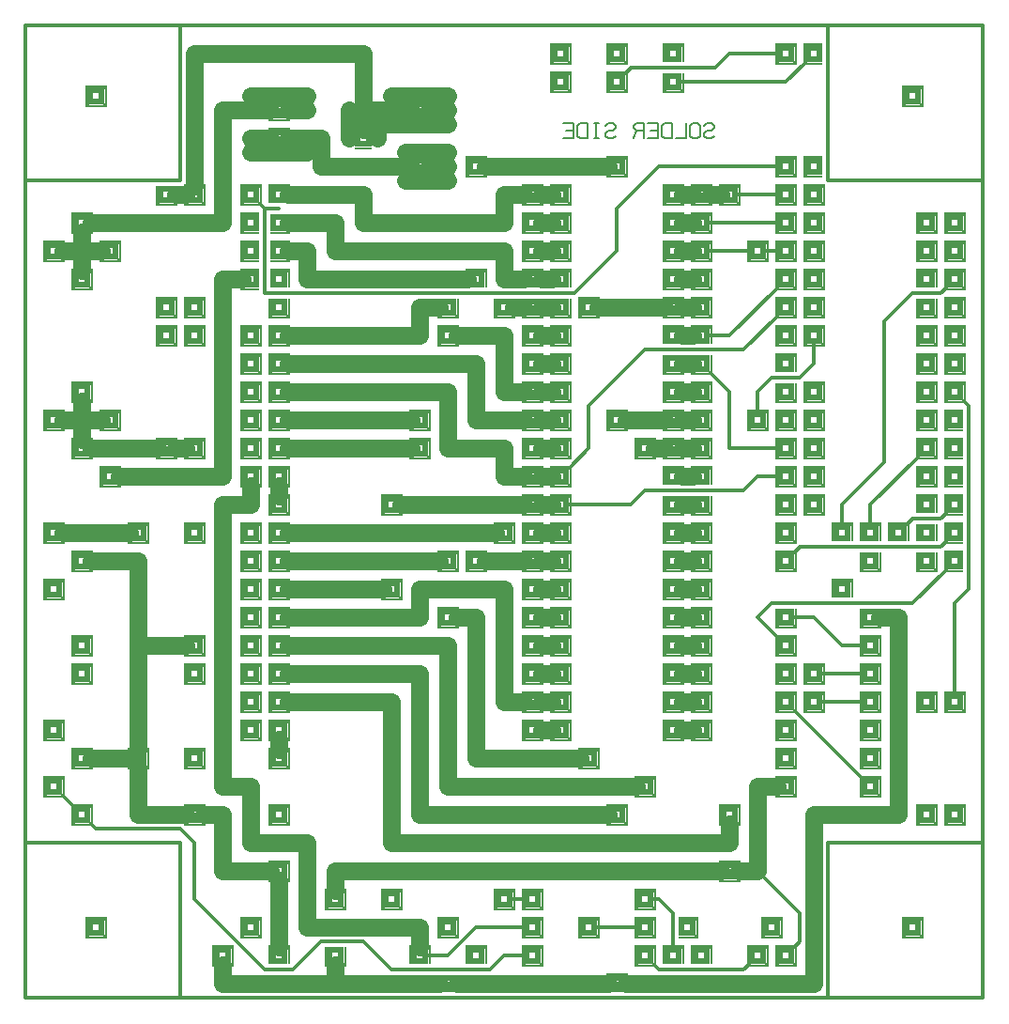
<source format=gbl>
%MOIN*%
%FSLAX23Y23*%
%ADD10C,.012*%
%ADD11C,.062*%
%ADD12C,.050X.024*%
%ADD13R,.062X.062X.024*%
%ADD14C,.016*%
%ADD15R,.008X.062*%
%ADD16R,.062X.008*%
%ADD17C,.008*%
%LPD*%
G90*X0Y0D02*D13*X250Y250D03*D14*X281Y281D03*      
Y219D03*X219Y281D03*Y219D03*D15*X285Y250D03*      
X215D03*D16*X250Y285D03*Y215D03*X550Y550D02*D10*  
Y0D01*X0D01*Y550D01*X550D01*X600D02*Y350D01*      
X850Y100D01*X950D01*X1050Y200D01*X1200D01*        
X1300Y100D01*X1650D01*X1700Y150D01*X1769D01*D13*  
X1800D03*D14*X1831Y181D03*Y119D03*X1769Y181D03*   
Y119D03*D15*X1835Y150D03*X1765D03*D16*            
X1800Y185D03*Y115D03*D13*Y250D03*D14*X1831Y281D03*
Y219D03*X1769Y281D03*Y219D03*D15*X1835Y250D03*    
X1765D03*D16*X1800Y285D03*Y215D03*X1769Y250D02*   
D10*X1600D01*X1500Y150D01*X1431D01*D13*X1400D03*  
D14*X1431Y181D03*X1369D03*D15*X1435Y150D03*       
X1365D03*D16*X1400Y185D03*Y181D02*D11*Y250D01*    
X1000D01*Y550D01*X800D01*Y750D01*X700D01*Y1750D01*
X800D01*Y1819D01*D13*Y1850D03*D14*X831Y1881D03*   
Y1819D03*X769Y1881D03*Y1819D03*D15*X835Y1850D03*  
X765D03*D16*X800Y1885D03*Y1815D03*D13*            
X900Y1750D03*D14*X931Y1781D03*Y1719D03*           
X869Y1781D03*Y1719D03*D15*X935Y1750D03*X865D03*   
D16*X900Y1785D03*Y1715D03*Y1781D02*D11*Y1819D01*  
D13*Y1850D03*D14*X931Y1881D03*Y1819D03*           
X869Y1881D03*Y1819D03*D15*X935Y1850D03*X865D03*   
D16*X900Y1885D03*Y1815D03*D13*X800Y1950D03*D14*   
X831Y1981D03*Y1919D03*X769Y1981D03*Y1919D03*D15*  
X835Y1950D03*X765D03*D16*X800Y1985D03*Y1915D03*   
D13*X900Y1950D03*D14*X931Y1981D03*Y1919D03*       
X869Y1981D03*Y1919D03*D15*X935Y1950D03*X865D03*   
D16*X900Y1985D03*Y1915D03*X931Y1950D02*D11*       
X1369D01*D13*X1400D03*D14*X1431Y1981D03*Y1919D03* 
X1369Y1981D03*Y1919D03*D15*X1435Y1950D03*X1365D03*
D16*X1400Y1985D03*Y1915D03*X1500Y1950D02*D11*     
X1700D01*Y1850D01*X1769D01*D13*X1800D03*D14*      
X1831Y1881D03*Y1819D03*X1769Y1881D03*Y1819D03*D15*
X1835Y1850D03*X1765D03*D16*X1800Y1885D03*Y1815D03*
X1831Y1850D02*D11*X1869D01*D13*X1900D03*D14*      
X1931Y1881D03*Y1819D03*X1869Y1881D03*Y1819D03*D15*
X1935Y1850D03*X1865D03*D16*X1900Y1885D03*Y1815D03*
X1931Y1881D02*D10*X2000Y1950D01*Y2100D01*         
X2200Y2300D01*X2550D01*X2669Y2419D01*D13*         
X2700Y2450D03*D14*X2731Y2481D03*Y2419D03*         
X2669Y2481D03*Y2419D03*D15*X2735Y2450D03*X2665D03*
D16*X2700Y2485D03*Y2415D03*D13*X2800Y2350D03*D14* 
X2831Y2381D03*Y2319D03*X2769Y2381D03*Y2319D03*D15*
X2835Y2350D03*X2765D03*D16*X2800Y2385D03*Y2315D03*
Y2319D02*D10*Y2250D01*X2750Y2200D01*X2650D01*     
X2600Y2150D01*Y2081D01*D13*Y2050D03*D14*          
X2631Y2081D03*Y2019D03*X2569Y2081D03*Y2019D03*D15*
X2635Y2050D03*X2565D03*D16*X2600Y2085D03*Y2015D03*
D13*X2700Y1950D03*D14*X2731Y1981D03*Y1919D03*     
X2669Y1981D03*Y1919D03*D15*X2735Y1950D03*X2665D03*
D16*X2700Y1985D03*Y1915D03*X2669Y1950D02*D10*     
X2500D01*Y2150D01*X2431Y2219D01*D13*X2400Y2250D03*
D14*X2431Y2219D03*X2369D03*D15*X2435Y2250D03*     
X2365D03*D16*X2400Y2215D03*X2369Y2250D02*D11*     
X2331D01*D13*X2300D03*D14*X2331Y2219D03*X2269D03* 
D15*X2335Y2250D03*X2265D03*D16*X2300Y2215D03*D13* 
X2400Y2150D03*D14*X2431Y2181D03*Y2119D03*         
X2369Y2181D03*Y2119D03*D15*X2435Y2150D03*X2365D03*
D16*X2400Y2185D03*Y2115D03*X2369Y2150D02*D11*     
X2331D01*D13*X2300D03*D14*X2331Y2181D03*Y2119D03* 
X2269Y2181D03*Y2119D03*D15*X2335Y2150D03*X2265D03*
D16*X2300Y2185D03*Y2115D03*D13*X2400Y2050D03*D14* 
X2431Y2081D03*Y2019D03*X2369Y2081D03*Y2019D03*D15*
X2435Y2050D03*X2365D03*D16*X2400Y2085D03*Y2015D03*
X2369Y2050D02*D11*X2331D01*D13*X2300D03*D14*      
X2331Y2081D03*Y2019D03*X2269Y2081D03*Y2019D03*D15*
X2335Y2050D03*X2265D03*D16*X2300Y2085D03*Y2015D03*
X2269Y2050D02*D11*X2131D01*D13*X2100D03*D14*      
X2131Y2081D03*Y2019D03*X2069Y2081D03*Y2019D03*D15*
X2135Y2050D03*X2065D03*D16*X2100Y2085D03*Y2015D03*
D13*X2200Y1950D03*D14*X2231Y1981D03*Y1919D03*     
X2169Y1981D03*Y1919D03*D15*X2235Y1950D03*X2165D03*
D16*X2200Y1985D03*Y1915D03*X2231Y1950D02*D11*     
X2269D01*D13*X2300D03*D14*X2331Y1981D03*Y1919D03* 
X2269Y1981D03*Y1919D03*D15*X2335Y1950D03*X2265D03*
D16*X2300Y1985D03*Y1915D03*X2331Y1950D02*D11*     
X2369D01*D13*X2400D03*D14*X2431Y1981D03*Y1919D03* 
X2369Y1981D03*Y1919D03*D15*X2435Y1950D03*X2365D03*
D16*X2400Y1985D03*Y1915D03*D13*X2300Y1850D03*D14* 
X2331Y1881D03*X2269D03*D15*X2335Y1850D03*X2265D03*
D16*X2300Y1885D03*X2331Y1850D02*D11*X2369D01*D13* 
X2400D03*D14*X2431Y1881D03*X2369D03*D15*          
X2435Y1850D03*X2365D03*D16*X2400Y1885D03*D13*     
X2300Y1750D03*D14*X2331Y1719D03*X2269D03*D15*     
X2335Y1750D03*X2265D03*D16*X2300Y1715D03*         
X2331Y1750D02*D11*X2369D01*D13*X2400D03*D14*      
X2431Y1719D03*X2369D03*D15*X2435Y1750D03*X2365D03*
D16*X2400Y1715D03*D13*X2300Y1650D03*D14*          
X2331Y1681D03*Y1619D03*X2269Y1681D03*Y1619D03*D15*
X2335Y1650D03*X2265D03*D16*X2300Y1685D03*Y1615D03*
X2331Y1650D02*D11*X2369D01*D13*X2400D03*D14*      
X2431Y1681D03*Y1619D03*X2369Y1681D03*Y1619D03*D15*
X2435Y1650D03*X2365D03*D16*X2400Y1685D03*Y1615D03*
D13*X2300Y1550D03*D14*X2331Y1581D03*Y1519D03*     
X2269Y1581D03*Y1519D03*D15*X2335Y1550D03*X2265D03*
D16*X2300Y1585D03*Y1515D03*X2331Y1550D02*D11*     
X2369D01*D13*X2400D03*D14*X2431Y1581D03*Y1519D03* 
X2369Y1581D03*Y1519D03*D15*X2435Y1550D03*X2365D03*
D16*X2400Y1585D03*Y1515D03*D13*X2300Y1450D03*D14* 
X2331Y1481D03*Y1419D03*X2269Y1481D03*Y1419D03*D15*
X2335Y1450D03*X2265D03*D16*X2300Y1485D03*Y1415D03*
X2331Y1450D02*D11*X2369D01*D13*X2400D03*D14*      
X2431Y1481D03*Y1419D03*X2369Y1481D03*Y1419D03*D15*
X2435Y1450D03*X2365D03*D16*X2400Y1485D03*Y1415D03*
D13*X2300Y1350D03*D14*X2331Y1381D03*Y1319D03*     
X2269Y1381D03*Y1319D03*D15*X2335Y1350D03*X2265D03*
D16*X2300Y1385D03*Y1315D03*X2331Y1350D02*D11*     
X2369D01*D13*X2400D03*D14*X2431Y1381D03*Y1319D03* 
X2369Y1381D03*Y1319D03*D15*X2435Y1350D03*X2365D03*
D16*X2400Y1385D03*Y1315D03*D13*X2300Y1250D03*D14* 
X2331Y1281D03*Y1219D03*X2269Y1281D03*Y1219D03*D15*
X2335Y1250D03*X2265D03*D16*X2300Y1285D03*Y1215D03*
X2331Y1250D02*D11*X2369D01*D13*X2400D03*D14*      
X2431Y1281D03*Y1219D03*X2369Y1281D03*Y1219D03*D15*
X2435Y1250D03*X2365D03*D16*X2400Y1285D03*Y1215D03*
D13*X2300Y1150D03*D14*X2331Y1181D03*Y1119D03*     
X2269Y1181D03*Y1119D03*D15*X2335Y1150D03*X2265D03*
D16*X2300Y1185D03*Y1115D03*X2331Y1150D02*D11*     
X2369D01*D13*X2400D03*D14*X2431Y1181D03*Y1119D03* 
X2369Y1181D03*Y1119D03*D15*X2435Y1150D03*X2365D03*
D16*X2400Y1185D03*Y1115D03*D13*X2300Y1050D03*D14* 
X2331Y1081D03*Y1019D03*X2269Y1081D03*Y1019D03*D15*
X2335Y1050D03*X2265D03*D16*X2300Y1085D03*Y1015D03*
X2331Y1050D02*D11*X2369D01*D13*X2400D03*D14*      
X2431Y1081D03*Y1019D03*X2369Y1081D03*Y1019D03*D15*
X2435Y1050D03*X2365D03*D16*X2400Y1085D03*Y1015D03*
D13*X2300Y950D03*D14*X2331Y981D03*Y919D03*        
X2269Y981D03*Y919D03*D15*X2335Y950D03*X2265D03*   
D16*X2300Y985D03*Y915D03*X2331Y950D02*D11*        
X2369D01*D13*X2400D03*D14*X2431Y981D03*Y919D03*   
X2369Y981D03*Y919D03*D15*X2435Y950D03*X2365D03*   
D16*X2400Y985D03*Y915D03*X2600Y750D02*D11*Y450D01*
D10*X2750Y300D01*Y200D01*X2731Y181D01*D13*        
X2700Y150D03*D14*X2731Y181D03*Y119D03*            
X2669Y181D03*Y119D03*D15*X2735Y150D03*X2665D03*   
D16*X2700Y185D03*Y115D03*X2800Y50D02*D11*X2131D01*
D13*X2100D03*D14*X2131Y81D03*X2069D03*D15*        
X2135Y50D03*X2065D03*D16*X2100Y85D03*X2069Y50D02* 
D11*X1531D01*D13*X1500D03*D15*X1535D03*X1465D03*  
X1469D02*D11*X1100D01*X700D01*Y119D01*D13*Y150D03*
D14*X731Y181D03*Y119D03*X669Y181D03*Y119D03*D15*  
X735Y150D03*X665D03*D16*X700Y185D03*Y115D03*D13*  
X800Y250D03*D14*X831Y281D03*Y219D03*X769Y281D03*  
Y219D03*D15*X835Y250D03*X765D03*D16*X800Y285D03*  
Y215D03*X550Y0D02*D10*X2850D01*X3400D01*Y550D01*  
X2850D01*Y0D01*X2800Y50D02*D11*Y650D01*X3100D01*  
Y1350D01*X3031D01*D13*X3000D03*D14*X3031Y1319D03* 
X2969D03*D15*X3035Y1350D03*X2965D03*D16*          
X3000Y1315D03*D13*X2900Y1450D03*D14*X2931Y1481D03*
X2869D03*D15*X2935Y1450D03*X2865D03*D16*          
X2900Y1485D03*Y1250D02*D10*X2969D01*D13*X3000D03* 
D14*X3031Y1281D03*Y1219D03*X2969Y1281D03*Y1219D03*
D15*X3035Y1250D03*X2965D03*D16*X3000Y1285D03*     
Y1215D03*X2900Y1250D02*D10*X2800Y1350D01*X2731D01*
D13*X2700D03*D14*X2731Y1319D03*X2669D03*D15*      
X2735Y1350D03*X2665D03*D16*X2700Y1315D03*         
X2650Y1400D02*D10*X2600Y1350D01*X2669Y1281D01*D13*
X2700Y1250D03*D14*X2731Y1281D03*Y1219D03*         
X2669Y1281D03*Y1219D03*D15*X2735Y1250D03*X2665D03*
D16*X2700Y1285D03*Y1215D03*D13*X2800Y1150D03*D14* 
X2831Y1181D03*Y1119D03*X2769Y1181D03*Y1119D03*D15*
X2835Y1150D03*X2765D03*D16*X2800Y1185D03*Y1115D03*
X2831Y1150D02*D10*X2969D01*D13*X3000D03*D14*      
X3031Y1181D03*Y1119D03*X2969Y1181D03*Y1119D03*D15*
X3035Y1150D03*X2965D03*D16*X3000Y1185D03*Y1115D03*
D13*Y1050D03*D14*X3031Y1081D03*Y1019D03*          
X2969Y1081D03*Y1019D03*D15*X3035Y1050D03*X2965D03*
D16*X3000Y1085D03*Y1015D03*X2969Y1050D02*D10*     
X2831D01*D13*X2800D03*D14*X2831Y1081D03*Y1019D03* 
X2769Y1081D03*Y1019D03*D15*X2835Y1050D03*X2765D03*
D16*X2800Y1085D03*Y1015D03*D13*X2700Y1150D03*D14* 
X2731Y1181D03*Y1119D03*X2669Y1181D03*Y1119D03*D15*
X2735Y1150D03*X2665D03*D16*X2700Y1185D03*Y1115D03*
D13*Y950D03*D14*X2731Y981D03*Y919D03*X2669Y981D03*
Y919D03*D15*X2735Y950D03*X2665D03*D16*            
X2700Y985D03*Y915D03*D13*Y1050D03*D14*            
X2731Y1081D03*Y1019D03*X2669Y1081D03*Y1019D03*D15*
X2735Y1050D03*X2665D03*D16*X2700Y1085D03*Y1015D03*
X2731Y1019D02*D10*X2969Y781D01*D13*X3000Y750D03*  
D14*X3031Y781D03*Y719D03*X2969Y781D03*Y719D03*D15*
X3035Y750D03*X2965D03*D16*X3000Y785D03*Y715D03*   
D13*Y850D03*D14*X3031Y881D03*Y819D03*X2969Y881D03*
Y819D03*D15*X3035Y850D03*X2965D03*D16*            
X3000Y885D03*Y815D03*D13*X3200Y650D03*D14*        
X3231Y681D03*Y619D03*X3169Y681D03*Y619D03*D15*    
X3235Y650D03*X3165D03*D16*X3200Y685D03*Y615D03*   
D13*X3000Y950D03*D14*X3031Y981D03*Y919D03*        
X2969Y981D03*Y919D03*D15*X3035Y950D03*X2965D03*   
D16*X3000Y985D03*Y915D03*D13*X3300Y1050D03*D14*   
X3331Y1081D03*Y1019D03*X3269Y1081D03*Y1019D03*D15*
X3335Y1050D03*X3265D03*D16*X3300Y1085D03*Y1015D03*
Y1081D02*D10*Y1400D01*X3350Y1450D01*Y2100D01*     
X3331Y2119D01*D13*X3300Y2150D03*D14*X3331Y2181D03*
Y2119D03*X3269Y2181D03*Y2119D03*D15*X3335Y2150D03*
X3265D03*D16*X3300Y2185D03*Y2115D03*D13*          
X3200Y2250D03*D14*X3231Y2281D03*Y2219D03*         
X3169Y2281D03*Y2219D03*D15*X3235Y2250D03*X3165D03*
D16*X3200Y2285D03*Y2215D03*D13*Y2050D03*D14*      
X3231Y2081D03*Y2019D03*X3169Y2081D03*Y2019D03*D15*
X3235Y2050D03*X3165D03*D16*X3200Y2085D03*Y2015D03*
D13*X3300Y2250D03*D14*X3331Y2281D03*Y2219D03*     
X3269Y2281D03*Y2219D03*D15*X3335Y2250D03*X3265D03*
D16*X3300Y2285D03*Y2215D03*D13*X3200Y2150D03*D14* 
X3231Y2181D03*Y2119D03*X3169Y2181D03*Y2119D03*D15*
X3235Y2150D03*X3165D03*D16*X3200Y2185D03*Y2115D03*
D13*X3300Y2050D03*D14*X3269Y2081D03*Y2019D03*D15* 
X3265Y2050D03*D16*X3300Y2085D03*Y2015D03*D13*     
X3200Y1950D03*D14*X3231Y1981D03*Y1919D03*         
X3169Y1981D03*Y1919D03*D15*X3235Y1950D03*X3165D03*
D16*X3200Y1985D03*Y1915D03*X3169Y1919D02*D10*     
X3000Y1750D01*Y1681D01*D13*Y1650D03*D14*          
X3031Y1681D03*X2969D03*D15*X3035Y1650D03*X2965D03*
D16*X3000Y1685D03*X2900Y1750D02*D10*Y1681D01*D13* 
Y1650D03*D14*X2931Y1681D03*X2869D03*D15*          
X2935Y1650D03*X2865D03*D16*X2900Y1685D03*D13*     
X3000Y1550D03*D14*X3031Y1519D03*X2969D03*D15*     
X3035Y1550D03*X2965D03*D16*X3000Y1515D03*D13*     
X2800Y1750D03*D14*X2831Y1781D03*Y1719D03*         
X2769Y1781D03*Y1719D03*D15*X2835Y1750D03*X2765D03*
D16*X2800Y1785D03*Y1715D03*X2900Y1750D02*D10*     
X3050Y1900D01*Y2400D01*X3150Y2500D01*X3250D01*    
X3269Y2519D01*D13*X3300Y2550D03*D14*X3331Y2581D03*
Y2519D03*X3269Y2581D03*Y2519D03*D15*X3335Y2550D03*
X3265D03*D16*X3300Y2585D03*Y2515D03*D13*          
X3200Y2650D03*D14*X3231Y2681D03*Y2619D03*         
X3169Y2681D03*Y2619D03*D15*X3235Y2650D03*X3165D03*
D16*X3200Y2685D03*Y2615D03*D13*Y2450D03*D14*      
X3231Y2419D03*X3169D03*D15*X3235Y2450D03*X3165D03*
D16*X3200Y2415D03*D13*X3300Y2650D03*D14*          
X3331Y2681D03*Y2619D03*X3269Y2681D03*Y2619D03*D15*
X3335Y2650D03*X3265D03*D16*X3300Y2685D03*Y2615D03*
D13*X3200Y2550D03*D14*X3231Y2581D03*X3169D03*D15* 
X3235Y2550D03*X3165D03*D16*X3200Y2585D03*D13*     
X3300Y2450D03*D14*X3331Y2481D03*Y2419D03*         
X3269Y2481D03*Y2419D03*D15*X3335Y2450D03*X3265D03*
D16*X3300Y2485D03*Y2415D03*D13*X3200Y2350D03*D14* 
X3231Y2381D03*Y2319D03*X3169Y2381D03*Y2319D03*D15*
X3235Y2350D03*X3165D03*D16*X3200Y2385D03*Y2315D03*
D13*X3300Y2750D03*D14*X3331Y2781D03*Y2719D03*     
X3269Y2781D03*Y2719D03*D15*X3335Y2750D03*X3265D03*
D16*X3300Y2785D03*Y2715D03*D13*Y2350D03*D14*      
X3331Y2381D03*Y2319D03*X3269Y2381D03*Y2319D03*D15*
X3335Y2350D03*X3265D03*D16*X3300Y2385D03*Y2315D03*
D13*X3200Y2750D03*D14*X3231Y2781D03*Y2719D03*     
X3169Y2781D03*Y2719D03*D15*X3235Y2750D03*X3165D03*
D16*X3200Y2785D03*Y2715D03*X3400Y2900D02*D10*     
Y550D01*D13*X3300Y650D03*D14*X3331Y681D03*Y619D03*
X3269Y681D03*Y619D03*D15*X3335Y650D03*X3265D03*   
D16*X3300Y685D03*Y615D03*D13*X3150Y250D03*D14*    
X3181Y281D03*Y219D03*X3119Y281D03*Y219D03*D15*    
X3185Y250D03*X3115D03*D16*X3150Y285D03*Y215D03*   
D13*X3200Y1050D03*D14*X3231Y1081D03*Y1019D03*     
X3169Y1081D03*Y1019D03*D15*X3235Y1050D03*X3165D03*
D16*X3200Y1085D03*Y1015D03*D13*X2700Y850D03*D14*  
X2731Y881D03*Y819D03*X2669Y881D03*Y819D03*D15*    
X2735Y850D03*X2665D03*D16*X2700Y885D03*Y815D03*   
D13*Y750D03*D14*X2731Y781D03*Y719D03*X2669Y781D03*
Y719D03*D15*X2735Y750D03*X2665D03*D16*            
X2700Y785D03*Y715D03*X2669Y750D02*D11*X2600D01*   
D13*X2500Y650D03*D14*X2531Y681D03*Y619D03*        
X2469Y681D03*Y619D03*D15*X2535Y650D03*X2465D03*   
D16*X2500Y685D03*Y615D03*Y619D02*D11*Y550D01*     
X1300D01*Y1050D01*X931D01*D13*X900D03*D14*        
X931Y1081D03*Y1019D03*X869Y1081D03*Y1019D03*D15*  
X935Y1050D03*X865D03*D16*X900Y1085D03*Y1015D03*   
D13*X800Y1150D03*D14*X831Y1181D03*Y1119D03*       
X769Y1181D03*Y1119D03*D15*X835Y1150D03*X765D03*   
D16*X800Y1185D03*Y1115D03*D13*Y950D03*D14*        
X831Y981D03*Y919D03*X769Y981D03*Y919D03*D15*      
X835Y950D03*X765D03*D16*X800Y985D03*Y915D03*D13*  
X900Y1150D03*D14*X931Y1181D03*Y1119D03*           
X869Y1181D03*Y1119D03*D15*X935Y1150D03*X865D03*   
D16*X900Y1185D03*Y1115D03*X931Y1150D02*D11*       
X1400D01*Y650D01*X2069D01*D13*X2100D03*D14*       
X2131Y681D03*Y619D03*X2069Y681D03*Y619D03*D15*    
X2135Y650D03*X2065D03*D16*X2100Y685D03*Y615D03*   
D13*X2200Y750D03*D14*X2231Y781D03*Y719D03*        
X2169Y781D03*Y719D03*D15*X2235Y750D03*X2165D03*   
D16*X2200Y785D03*Y715D03*X2169Y750D02*D11*        
X1500D01*Y1250D01*X931D01*D13*X900D03*D14*        
X931Y1281D03*Y1219D03*X869Y1281D03*Y1219D03*D15*  
X935Y1250D03*X865D03*D16*X900Y1285D03*Y1215D03*   
D13*X800Y1350D03*D14*X831Y1381D03*Y1319D03*       
X769Y1381D03*Y1319D03*D15*X835Y1350D03*X765D03*   
D16*X800Y1385D03*Y1315D03*D13*X900Y1350D03*D14*   
X931Y1381D03*Y1319D03*X869Y1381D03*Y1319D03*D15*  
X935Y1350D03*X865D03*D16*X900Y1385D03*Y1315D03*   
X931Y1350D02*D11*X1400D01*Y1450D01*X1700D01*      
Y1050D01*X1769D01*D13*X1800D03*D14*X1831Y1081D03* 
Y1019D03*X1769Y1081D03*Y1019D03*D15*X1835Y1050D03*
X1765D03*D16*X1800Y1085D03*Y1015D03*X1831Y1050D02*
D11*X1869D01*D13*X1900D03*D14*X1931Y1081D03*      
Y1019D03*X1869Y1081D03*Y1019D03*D15*X1935Y1050D03*
X1865D03*D16*X1900Y1085D03*Y1015D03*D13*          
X1800Y1150D03*D14*X1831Y1181D03*Y1119D03*         
X1769Y1181D03*Y1119D03*D15*X1835Y1150D03*X1765D03*
D16*X1800Y1185D03*Y1115D03*X1831Y1150D02*D11*     
X1869D01*D13*X1900D03*D14*X1931Y1181D03*Y1119D03* 
X1869Y1181D03*Y1119D03*D15*X1935Y1150D03*X1865D03*
D16*X1900Y1185D03*Y1115D03*D13*X1800Y1250D03*D14* 
X1831Y1281D03*Y1219D03*X1769Y1281D03*Y1219D03*D15*
X1835Y1250D03*X1765D03*D16*X1800Y1285D03*Y1215D03*
X1831Y1250D02*D11*X1869D01*D13*X1900D03*D14*      
X1931Y1281D03*Y1219D03*X1869Y1281D03*Y1219D03*D15*
X1935Y1250D03*X1865D03*D16*X1900Y1285D03*Y1215D03*
D13*X1800Y1350D03*D14*X1831Y1381D03*Y1319D03*     
X1769Y1381D03*Y1319D03*D15*X1835Y1350D03*X1765D03*
D16*X1800Y1385D03*Y1315D03*X1831Y1350D02*D11*     
X1869D01*D13*X1900D03*D14*X1931Y1381D03*Y1319D03* 
X1869Y1381D03*Y1319D03*D15*X1935Y1350D03*X1865D03*
D16*X1900Y1385D03*Y1315D03*D13*X1800Y1450D03*D14* 
X1831Y1481D03*Y1419D03*X1769Y1481D03*Y1419D03*D15*
X1835Y1450D03*X1765D03*D16*X1800Y1485D03*Y1415D03*
X1831Y1450D02*D11*X1869D01*D13*X1900D03*D14*      
X1931Y1481D03*Y1419D03*X1869Y1481D03*Y1419D03*D15*
X1935Y1450D03*X1865D03*D16*X1900Y1485D03*Y1415D03*
D13*X1800Y1550D03*D14*X1831Y1581D03*Y1519D03*     
X1769Y1581D03*Y1519D03*D15*X1835Y1550D03*X1765D03*
D16*X1800Y1585D03*Y1515D03*X1769Y1550D02*D11*     
X1631D01*D13*X1600D03*D14*X1631Y1581D03*Y1519D03* 
X1569Y1581D03*Y1519D03*D15*X1635Y1550D03*X1565D03*
D16*X1600Y1585D03*Y1515D03*D13*X1700Y1650D03*D14* 
X1731Y1681D03*Y1619D03*X1669Y1681D03*Y1619D03*D15*
X1735Y1650D03*X1665D03*D16*X1700Y1685D03*Y1615D03*
X1669Y1650D02*D11*X931D01*D13*X900D03*D14*        
X931Y1681D03*Y1619D03*X869Y1681D03*Y1619D03*D15*  
X935Y1650D03*X865D03*D16*X900Y1685D03*Y1615D03*   
D13*X800Y1550D03*D14*X831Y1581D03*Y1519D03*       
X769Y1581D03*Y1519D03*D15*X835Y1550D03*X765D03*   
D16*X800Y1585D03*Y1515D03*D13*Y1650D03*D14*       
X831Y1681D03*Y1619D03*X769Y1681D03*Y1619D03*D15*  
X835Y1650D03*X765D03*D16*X800Y1685D03*Y1615D03*   
D13*X900Y1550D03*D14*X931Y1581D03*Y1519D03*       
X869Y1581D03*Y1519D03*D15*X935Y1550D03*X865D03*   
D16*X900Y1585D03*Y1515D03*X931Y1550D02*D11*       
X1469D01*D13*X1500D03*D14*X1531Y1581D03*Y1519D03* 
X1469Y1581D03*Y1519D03*D15*X1535Y1550D03*X1465D03*
D16*X1500Y1585D03*Y1515D03*D13*X1300Y1750D03*D14* 
X1331Y1781D03*Y1719D03*X1269Y1781D03*Y1719D03*D15*
X1335Y1750D03*X1265D03*D16*X1300Y1785D03*Y1715D03*
X1331Y1750D02*D11*X1769D01*D13*X1800D03*D14*      
X1831Y1781D03*Y1719D03*X1769Y1781D03*Y1719D03*D15*
X1835Y1750D03*X1765D03*D16*X1800Y1785D03*Y1715D03*
X1831Y1750D02*D11*X1869D01*D13*X1900D03*D14*      
X1931Y1781D03*Y1719D03*X1869Y1781D03*Y1719D03*D15*
X1935Y1750D03*X1865D03*D16*X1900Y1785D03*Y1715D03*
X1931Y1750D02*D10*X2150D01*X2200Y1800D01*X2550D01*
X2600Y1850D01*X2669D01*D13*X2700D03*D14*          
X2731Y1881D03*Y1819D03*X2669Y1881D03*Y1819D03*D15*
X2735Y1850D03*X2665D03*D16*X2700Y1885D03*Y1815D03*
D13*X2800Y1950D03*D14*X2831Y1981D03*Y1919D03*     
X2769Y1981D03*Y1919D03*D15*X2835Y1950D03*X2765D03*
D16*X2800Y1985D03*Y1915D03*D13*Y1850D03*D14*      
X2831Y1881D03*Y1819D03*X2769Y1881D03*Y1819D03*D15*
X2835Y1850D03*X2765D03*D16*X2800Y1885D03*Y1815D03*
D13*X2700Y1750D03*D14*X2731Y1781D03*Y1719D03*     
X2669Y1781D03*Y1719D03*D15*X2735Y1750D03*X2665D03*
D16*X2700Y1785D03*Y1715D03*D13*X2800Y2050D03*D14* 
X2831Y2081D03*Y2019D03*X2769Y2081D03*Y2019D03*D15*
X2835Y2050D03*X2765D03*D16*X2800Y2085D03*Y2015D03*
D13*X2700Y2050D03*D14*X2731Y2081D03*Y2019D03*     
X2669Y2081D03*Y2019D03*D15*X2735Y2050D03*X2665D03*
D16*X2700Y2085D03*Y2015D03*D13*Y1650D03*D14*      
X2731Y1681D03*Y1619D03*X2669Y1681D03*Y1619D03*D15*
X2735Y1650D03*X2665D03*D16*X2700Y1685D03*Y1615D03*
X2750Y1600D02*D10*X2731Y1581D01*D13*X2700Y1550D03*
D14*X2731Y1581D03*Y1519D03*X2669Y1581D03*Y1519D03*
D15*X2735Y1550D03*X2665D03*D16*X2700Y1585D03*     
Y1515D03*X2750Y1600D02*D10*X3250D01*X3269Y1619D01*
D13*X3300Y1650D03*D14*X3269Y1681D03*Y1619D03*D15* 
X3265Y1650D03*D16*X3300Y1685D03*Y1615D03*         
X3250Y1700D02*D10*X3150D01*X3131Y1681D01*D13*     
X3100Y1650D03*D14*X3131Y1681D03*X3069D03*D15*     
X3135Y1650D03*X3065D03*D16*X3100Y1685D03*D13*     
X3200Y1550D03*D14*X3231Y1519D03*X3169D03*D15*     
X3235Y1550D03*X3165D03*D16*X3200Y1515D03*D13*     
Y1750D03*D14*X3231Y1781D03*X3169D03*D15*          
X3235Y1750D03*X3165D03*D16*X3200Y1785D03*D13*     
Y1650D03*D15*X3235D03*X3165D03*X3250Y1700D02*D10* 
X3269Y1719D01*D13*X3300Y1750D03*D14*X3269Y1781D03*
Y1719D03*D15*X3265Y1750D03*D16*X3300Y1785D03*     
Y1715D03*D13*X3200Y1850D03*D14*X3231Y1881D03*     
Y1819D03*X3169Y1881D03*Y1819D03*D15*X3235Y1850D03*
X3165D03*D16*X3200Y1885D03*Y1815D03*D13*          
X3300Y1850D03*D14*X3269Y1881D03*Y1819D03*D15*     
X3265Y1850D03*D16*X3300Y1885D03*Y1815D03*D13*     
Y1950D03*D14*X3269Y1981D03*Y1919D03*D15*          
X3265Y1950D03*D16*X3300Y1985D03*Y1915D03*D13*     
Y1550D03*D14*X3269Y1581D03*Y1519D03*D15*          
X3265Y1550D03*D16*X3300Y1585D03*Y1515D03*         
X3269Y1519D02*D10*X3150Y1400D01*X2650D01*D13*     
X2000Y850D03*D14*X2031Y881D03*Y819D03*            
X1969Y881D03*Y819D03*D15*X2035Y850D03*X1965D03*   
D16*X2000Y885D03*Y815D03*X1969Y850D02*D11*        
X1600D01*Y1350D01*X1531D01*D13*X1500D03*D14*      
X1531Y1381D03*Y1319D03*X1469Y1381D03*Y1319D03*D15*
X1535Y1350D03*X1465D03*D16*X1500Y1385D03*Y1315D03*
D13*X1300Y1450D03*D14*X1331Y1481D03*Y1419D03*     
X1269Y1481D03*Y1419D03*D15*X1335Y1450D03*X1265D03*
D16*X1300Y1485D03*Y1415D03*X1269Y1450D02*D11*     
X931D01*D13*X900D03*D14*X931Y1481D03*Y1419D03*    
X869Y1481D03*Y1419D03*D15*X935Y1450D03*X865D03*   
D16*X900Y1485D03*Y1415D03*D13*X800Y1450D03*D14*   
X831Y1481D03*Y1419D03*X769Y1481D03*Y1419D03*D15*  
X835Y1450D03*X765D03*D16*X800Y1485D03*Y1415D03*   
D13*Y1250D03*D14*X831Y1281D03*Y1219D03*           
X769Y1281D03*Y1219D03*D15*X835Y1250D03*X765D03*   
D16*X800Y1285D03*Y1215D03*D13*X600Y1150D03*D14*   
X631Y1181D03*Y1119D03*X569Y1181D03*Y1119D03*D15*  
X635Y1150D03*X565D03*D16*X600Y1185D03*Y1115D03*   
D13*Y1650D03*D14*X631Y1681D03*Y1619D03*           
X569Y1681D03*Y1619D03*D15*X635Y1650D03*X565D03*   
D16*X600Y1685D03*Y1615D03*D13*Y1250D03*D14*       
X631Y1281D03*Y1219D03*X569Y1281D03*Y1219D03*D15*  
X635Y1250D03*X565D03*D16*X600Y1285D03*Y1215D03*   
X569Y1250D02*D11*X400D01*Y881D01*D13*Y850D03*D14* 
X431Y881D03*Y819D03*X369Y881D03*Y819D03*D15*      
X435Y850D03*X365D03*D16*X400Y885D03*Y815D03*      
Y819D02*D11*Y650D01*X569D01*D13*X600D03*D14*      
X631Y681D03*Y619D03*X569Y681D03*Y619D03*D15*      
X635Y650D03*X565D03*D16*X600Y685D03*Y615D03*      
X631Y650D02*D11*X700D01*Y450D01*X869D01*D13*      
X900D03*D14*X931Y481D03*Y419D03*X869Y481D03*      
Y419D03*D15*X935Y450D03*X865D03*D16*X900Y485D03*  
Y415D03*Y419D02*D11*Y181D01*D13*Y150D03*D14*      
X931Y181D03*X869D03*D15*X935Y150D03*X865D03*D16*  
X900Y185D03*D13*X1100Y350D03*D14*X1131Y381D03*    
Y319D03*X1069Y381D03*Y319D03*D15*X1135Y350D03*    
X1065D03*D16*X1100Y385D03*Y315D03*Y381D02*D11*    
Y450D01*X2469D01*D13*X2500D03*D14*X2531Y481D03*   
Y419D03*X2469Y481D03*Y419D03*D15*X2535Y450D03*    
X2465D03*D16*X2500Y485D03*Y415D03*X2531Y450D02*   
D11*X2600D01*D13*X2650Y250D03*D14*X2681Y281D03*   
Y219D03*X2619Y281D03*Y219D03*D15*X2685Y250D03*    
X2615D03*D16*X2650Y285D03*Y215D03*D13*            
X2350Y250D03*D14*X2381Y281D03*Y219D03*D15*        
X2385Y250D03*D16*X2350Y285D03*Y215D03*D13*        
X2300Y150D03*D14*X2331Y181D03*X2269D03*D15*       
X2335Y150D03*X2265D03*D16*X2300Y185D03*Y181D02*   
D10*Y300D01*X2250Y350D01*X2231D01*D13*X2200D03*   
D14*X2231Y381D03*Y319D03*X2169Y381D03*Y319D03*D15*
X2235Y350D03*X2165D03*D16*X2200Y385D03*Y315D03*   
D13*Y250D03*D14*X2231Y281D03*Y219D03*X2169Y281D03*
Y219D03*D15*X2235Y250D03*X2165D03*D16*            
X2200Y285D03*Y215D03*X2169Y250D02*D10*X2031D01*   
D13*X2000D03*D14*X2031Y281D03*Y219D03*            
X1969Y281D03*Y219D03*D15*X2035Y250D03*X1965D03*   
D16*X2000Y285D03*Y215D03*D13*X2200Y150D03*D14*    
X2231Y181D03*Y119D03*X2169Y181D03*Y119D03*D15*    
X2235Y150D03*X2165D03*D16*X2200Y185D03*Y115D03*   
X2231Y119D02*D10*X2250Y100D01*X2550D01*           
X2569Y119D01*D13*X2600Y150D03*D14*X2631Y181D03*   
Y119D03*X2569Y181D03*Y119D03*D15*X2635Y150D03*    
X2565D03*D16*X2600Y185D03*Y115D03*D13*            
X2400Y150D03*D14*X2431Y181D03*X2369D03*D15*       
X2435Y150D03*X2365D03*D16*X2400Y185D03*D13*       
X1800Y950D03*D14*X1831Y981D03*Y919D03*            
X1769Y981D03*Y919D03*D15*X1835Y950D03*X1765D03*   
D16*X1800Y985D03*Y915D03*X1831Y950D02*D11*        
X1869D01*D13*X1900D03*D14*X1931Y981D03*Y919D03*   
X1869Y981D03*Y919D03*D15*X1935Y950D03*X1865D03*   
D16*X1900Y985D03*Y915D03*D13*X1300Y350D03*D14*    
X1331Y381D03*Y319D03*X1269Y381D03*Y319D03*D15*    
X1335Y350D03*X1265D03*D16*X1300Y385D03*Y315D03*   
D13*X1700Y350D03*D14*X1731Y381D03*Y319D03*        
X1669Y381D03*Y319D03*D15*X1735Y350D03*X1665D03*   
D16*X1700Y385D03*Y315D03*X1731Y350D02*D10*        
X1769D01*D13*X1800D03*D14*X1831Y381D03*Y319D03*   
X1769Y381D03*Y319D03*D15*X1835Y350D03*X1765D03*   
D16*X1800Y385D03*Y315D03*D13*X1600Y150D03*D14*    
X1631Y181D03*X1569D03*D15*X1635Y150D03*X1565D03*  
D16*X1600Y185D03*D13*X1500Y250D03*D14*            
X1531Y281D03*Y219D03*X1469Y281D03*Y219D03*D15*    
X1535Y250D03*X1465D03*D16*X1500Y285D03*Y215D03*   
D13*X1100Y150D03*D14*X1131Y119D03*X1069D03*D15*   
X1135Y150D03*X1065D03*D16*X1100Y115D03*Y119D02*   
D11*Y50D01*X600Y550D02*D10*X550Y600D01*X250D01*   
X231Y619D01*D13*X200Y650D03*D14*X231Y681D03*      
Y619D03*X169Y681D03*Y619D03*D15*X235Y650D03*      
X165D03*D16*X200Y685D03*Y615D03*X169Y681D02*D10*  
X131Y719D01*D13*X100Y750D03*D14*X131Y781D03*      
Y719D03*X69Y781D03*Y719D03*D15*X135Y750D03*X65D03*
D16*X100Y785D03*Y715D03*D13*X200Y850D03*D14*      
X231Y881D03*Y819D03*X169Y881D03*Y819D03*D15*      
X235Y850D03*X165D03*D16*X200Y885D03*Y815D03*      
X231Y850D02*D11*X369D01*D13*X600D03*D14*          
X631Y881D03*Y819D03*X569Y881D03*Y819D03*D15*      
X635Y850D03*X565D03*D16*X600Y885D03*Y815D03*D13*  
X100Y950D03*D14*X131Y981D03*Y919D03*X69Y981D03*   
Y919D03*D15*X135Y950D03*X65D03*D16*X100Y985D03*   
Y915D03*D13*X200Y1150D03*D14*X231Y1181D03*        
Y1119D03*X169Y1181D03*Y1119D03*D15*X235Y1150D03*  
X165D03*D16*X200Y1185D03*Y1115D03*X400Y1250D02*   
D11*Y1550D01*X231D01*D13*X200D03*D14*X231Y1581D03*
Y1519D03*X169Y1581D03*Y1519D03*D15*X235Y1550D03*  
X165D03*D16*X200Y1585D03*Y1515D03*D13*            
X100Y1650D03*D14*X131Y1681D03*Y1619D03*           
X69Y1681D03*Y1619D03*D15*X135Y1650D03*X65D03*D16* 
X100Y1685D03*Y1615D03*X131Y1650D02*D11*X369D01*   
D13*X400D03*D14*X431Y1681D03*Y1619D03*            
X369Y1681D03*Y1619D03*D15*X435Y1650D03*X365D03*   
D16*X400Y1685D03*Y1615D03*D13*X300Y1850D03*D14*   
X331Y1881D03*Y1819D03*X269Y1881D03*Y1819D03*D15*  
X335Y1850D03*X265D03*D16*X300Y1885D03*Y1815D03*   
X331Y1850D02*D11*X700D01*Y2550D01*X769D01*D13*    
X800D03*D14*X769Y2581D03*Y2519D03*D15*            
X765Y2550D03*D16*X800Y2585D03*Y2515D03*           
X850Y2500D02*D10*X1950D01*X2100Y2650D01*Y2800D01* 
X2250Y2950D01*X2669D01*D13*X2700D03*D14*          
X2731Y2981D03*Y2919D03*X2669Y2981D03*Y2919D03*D15*
X2735Y2950D03*X2665D03*D16*X2700Y2985D03*Y2915D03*
D13*X2800Y2850D03*D14*X2831Y2881D03*Y2819D03*     
X2769Y2881D03*Y2819D03*D15*X2835Y2850D03*X2765D03*
D16*X2800Y2885D03*Y2815D03*D13*Y2950D03*D14*      
X2769Y2981D03*Y2919D03*D15*X2765Y2950D03*D16*     
X2800Y2985D03*Y2915D03*D13*X2700Y2850D03*D14*     
X2731Y2881D03*Y2819D03*X2669Y2881D03*Y2819D03*D15*
X2735Y2850D03*X2665D03*D16*X2700Y2885D03*Y2815D03*
X2669Y2850D02*D10*X2531D01*D13*X2500D03*D14*      
X2531Y2881D03*Y2819D03*X2469Y2881D03*Y2819D03*D15*
X2535Y2850D03*X2465D03*D16*X2500Y2885D03*Y2815D03*
X2469Y2850D02*D11*X2431D01*D13*X2400D03*D14*      
X2431Y2881D03*Y2819D03*X2369Y2881D03*Y2819D03*D15*
X2435Y2850D03*X2365D03*D16*X2400Y2885D03*Y2815D03*
X2369Y2850D02*D11*X2331D01*D13*X2300D03*D14*      
X2331Y2881D03*Y2819D03*X2269Y2881D03*Y2819D03*D15*
X2335Y2850D03*X2265D03*D16*X2300Y2885D03*Y2815D03*
D13*X2400Y2750D03*D14*X2431Y2781D03*Y2719D03*     
X2369Y2781D03*Y2719D03*D15*X2435Y2750D03*X2365D03*
D16*X2400Y2785D03*Y2715D03*X2369Y2750D02*D11*     
X2331D01*D13*X2300D03*D14*X2331Y2781D03*Y2719D03* 
X2269Y2781D03*Y2719D03*D15*X2335Y2750D03*X2265D03*
D16*X2300Y2785D03*Y2715D03*D13*X2400Y2650D03*D14* 
X2431Y2681D03*Y2619D03*X2369Y2681D03*Y2619D03*D15*
X2435Y2650D03*X2365D03*D16*X2400Y2685D03*Y2615D03*
X2369Y2650D02*D11*X2331D01*D13*X2300D03*D14*      
X2331Y2681D03*Y2619D03*X2269Y2681D03*Y2619D03*D15*
X2335Y2650D03*X2265D03*D16*X2300Y2685D03*Y2615D03*
D13*X2400Y2550D03*D14*X2431Y2581D03*Y2519D03*     
X2369Y2581D03*Y2519D03*D15*X2435Y2550D03*X2365D03*
D16*X2400Y2585D03*Y2515D03*X2369Y2550D02*D11*     
X2331D01*D13*X2300D03*D14*X2331Y2581D03*Y2519D03* 
X2269Y2581D03*Y2519D03*D15*X2335Y2550D03*X2265D03*
D16*X2300Y2585D03*Y2515D03*D13*X2400Y2450D03*D14* 
X2431Y2481D03*Y2419D03*X2369Y2481D03*Y2419D03*D15*
X2435Y2450D03*X2365D03*D16*X2400Y2485D03*Y2415D03*
X2369Y2450D02*D11*X2331D01*D13*X2300D03*D14*      
X2331Y2481D03*Y2419D03*X2269Y2481D03*Y2419D03*D15*
X2335Y2450D03*X2265D03*D16*X2300Y2485D03*Y2415D03*
X2269Y2450D02*D11*X2031D01*D13*X2000D03*D14*      
X2031Y2481D03*Y2419D03*X1969Y2481D03*Y2419D03*D15*
X2035Y2450D03*X1965D03*D16*X2000Y2485D03*Y2415D03*
D13*X1900Y2550D03*D14*X1931Y2581D03*X1869D03*D15* 
X1935Y2550D03*X1865D03*D16*X1900Y2585D03*         
X1869Y2550D02*D11*X1831D01*D13*X1800D03*D14*      
X1831Y2581D03*X1769D03*D15*X1835Y2550D03*X1765D03*
D16*X1800Y2585D03*X1769Y2550D02*D11*X1700D01*     
Y2650D01*X1100D01*Y2750D01*X931D01*D13*X900D03*   
D14*X931Y2719D03*D15*X935Y2750D03*D16*            
X900Y2715D03*X850Y2800D02*D10*Y2500D01*D13*       
X900Y2450D03*D14*X931Y2419D03*X869D03*D15*        
X935Y2450D03*X865D03*D16*X900Y2415D03*D13*        
Y2550D03*D14*X931Y2581D03*D15*X935Y2550D03*D16*   
X900Y2585D03*X1000Y2650D02*D11*Y2550D01*X1569D01* 
D13*X1600D03*D14*X1631Y2581D03*X1569D03*D15*      
X1635Y2550D03*X1565D03*D16*X1600Y2585D03*D13*     
X1700Y2450D03*D14*X1731Y2419D03*X1669D03*D15*     
X1735Y2450D03*X1665D03*D16*X1700Y2415D03*         
X1731Y2450D02*D11*X1769D01*D13*X1800D03*D14*      
X1831Y2419D03*X1769D03*D15*X1835Y2450D03*X1765D03*
D16*X1800Y2415D03*X1831Y2450D02*D11*X1869D01*D13* 
X1900D03*D14*X1931Y2419D03*X1869D03*D15*          
X1935Y2450D03*X1865D03*D16*X1900Y2415D03*D13*     
X1800Y2350D03*D14*X1831Y2381D03*Y2319D03*         
X1769Y2381D03*Y2319D03*D15*X1835Y2350D03*X1765D03*
D16*X1800Y2385D03*Y2315D03*X1831Y2350D02*D11*     
X1869D01*D13*X1900D03*D14*X1931Y2381D03*Y2319D03* 
X1869Y2381D03*Y2319D03*D15*X1935Y2350D03*X1865D03*
D16*X1900Y2385D03*Y2315D03*D13*X1800Y2250D03*D14* 
X1831Y2281D03*Y2219D03*X1769Y2281D03*Y2219D03*D15*
X1835Y2250D03*X1765D03*D16*X1800Y2285D03*Y2215D03*
X1831Y2250D02*D11*X1869D01*D13*X1900D03*D14*      
X1931Y2281D03*Y2219D03*X1869Y2281D03*Y2219D03*D15*
X1935Y2250D03*X1865D03*D16*X1900Y2285D03*Y2215D03*
D13*X1800Y2150D03*D14*X1831Y2181D03*Y2119D03*     
X1769Y2181D03*Y2119D03*D15*X1835Y2150D03*X1765D03*
D16*X1800Y2185D03*Y2115D03*X1769Y2150D02*D11*     
X1700D01*Y2350D01*X1531D01*D13*X1500D03*D14*      
X1531Y2381D03*Y2319D03*X1469Y2381D03*Y2319D03*D15*
X1535Y2350D03*X1465D03*D16*X1500Y2385D03*Y2315D03*
X1600Y2250D02*D11*Y2050D01*X1769D01*D13*X1800D03* 
D14*X1831Y2081D03*Y2019D03*X1769Y2081D03*Y2019D03*
D15*X1835Y2050D03*X1765D03*D16*X1800Y2085D03*     
Y2015D03*X1831Y2050D02*D11*X1869D01*D13*X1900D03* 
D14*X1931Y2081D03*Y2019D03*X1869Y2081D03*Y2019D03*
D15*X1935Y2050D03*X1865D03*D16*X1900Y2085D03*     
Y2015D03*X1831Y2150D02*D11*X1869D01*D13*X1900D03* 
D14*X1931Y2181D03*Y2119D03*X1869Y2181D03*Y2119D03*
D15*X1935Y2150D03*X1865D03*D16*X1900Y2185D03*     
Y2115D03*D13*X1800Y1950D03*D14*X1831Y1981D03*     
Y1919D03*X1769Y1981D03*Y1919D03*D15*X1835Y1950D03*
X1765D03*D16*X1800Y1985D03*Y1915D03*X1831Y1950D02*
D11*X1869D01*D13*X1900D03*D14*X1931Y1981D03*      
Y1919D03*X1869Y1981D03*Y1919D03*D15*X1935Y1950D03*
X1865D03*D16*X1900Y1985D03*Y1915D03*X1600Y2250D02*
D11*X931D01*D13*X900D03*D14*X931Y2281D03*Y2219D03*
X869Y2281D03*Y2219D03*D15*X935Y2250D03*X865D03*   
D16*X900Y2285D03*Y2215D03*D13*X800Y2350D03*D14*   
X831Y2381D03*Y2319D03*X769Y2381D03*Y2319D03*D15*  
X835Y2350D03*X765D03*D16*X800Y2385D03*Y2315D03*   
D13*Y2150D03*D14*X831Y2181D03*Y2119D03*           
X769Y2181D03*Y2119D03*D15*X835Y2150D03*X765D03*   
D16*X800Y2185D03*Y2115D03*D13*X900Y2350D03*D14*   
X931Y2381D03*Y2319D03*X869Y2381D03*Y2319D03*D15*  
X935Y2350D03*X865D03*D16*X900Y2385D03*Y2315D03*   
X931Y2350D02*D11*X1400D01*Y2450D01*X1469D01*D13*  
X1500D03*D14*X1531Y2419D03*X1469D03*D15*          
X1535Y2450D03*X1465D03*D16*X1500Y2415D03*D13*     
X1800Y2750D03*D14*X1831Y2781D03*Y2719D03*         
X1769Y2781D03*Y2719D03*D15*X1835Y2750D03*X1765D03*
D16*X1800Y2785D03*Y2715D03*X1831Y2750D02*D11*     
X1869D01*D13*X1900D03*D14*X1931Y2781D03*Y2719D03* 
X1869Y2781D03*Y2719D03*D15*X1935Y2750D03*X1865D03*
D16*X1900Y2785D03*Y2715D03*D13*X1800Y2850D03*D14* 
X1831Y2881D03*Y2819D03*X1769Y2881D03*Y2819D03*D15*
X1835Y2850D03*X1765D03*D16*X1800Y2885D03*Y2815D03*
X1769Y2850D02*D11*X1700D01*Y2750D01*X1200D01*     
Y2850D01*X931D01*D13*X900D03*D14*X931Y2881D03*    
X869D03*D15*X935Y2850D03*X865D03*D16*X900Y2885D03*
X850Y2800D02*D10*X900D01*X850D02*X831Y2819D01*D13*
X800Y2850D03*D14*X831Y2881D03*Y2819D03*           
X769Y2881D03*Y2819D03*D15*X835Y2850D03*X765D03*   
D16*X800Y2885D03*Y2815D03*X700Y2750D02*D11*       
X231D01*D13*X200D03*D14*X231Y2781D03*Y2719D03*    
X169Y2781D03*Y2719D03*D15*X235Y2750D03*X165D03*   
D16*X200Y2785D03*Y2715D03*Y2719D02*D11*Y2650D01*  
Y2581D01*D13*Y2550D03*D14*X231Y2581D03*Y2519D03*  
X169Y2581D03*Y2519D03*D15*X235Y2550D03*X165D03*   
D16*X200Y2585D03*Y2515D03*D13*X300Y2650D03*D14*   
X331Y2681D03*Y2619D03*X269Y2681D03*Y2619D03*D15*  
X335Y2650D03*X265D03*D16*X300Y2685D03*Y2615D03*   
X269Y2650D02*D11*X200D01*X131D01*D13*X100D03*D14* 
X131Y2681D03*Y2619D03*X69Y2681D03*Y2619D03*D15*   
X135Y2650D03*X65D03*D16*X100Y2685D03*Y2615D03*    
X0Y2900D02*D10*Y550D01*D13*X200Y1250D03*D14*      
X231Y1281D03*Y1219D03*X169Y1281D03*Y1219D03*D15*  
X235Y1250D03*X165D03*D16*X200Y1285D03*Y1215D03*   
D13*X800Y1050D03*D14*X831Y1081D03*Y1019D03*       
X769Y1081D03*Y1019D03*D15*X835Y1050D03*X765D03*   
D16*X800Y1085D03*Y1015D03*D13*X100Y1450D03*D14*   
X131Y1481D03*Y1419D03*X69Y1481D03*Y1419D03*D15*   
X135Y1450D03*X65D03*D16*X100Y1485D03*Y1415D03*D13*
X900Y650D03*D14*X931Y681D03*Y619D03*X869Y681D03*  
Y619D03*D15*X935Y650D03*X865D03*D16*X900Y685D03*  
Y615D03*D13*Y850D03*D14*X931Y881D03*Y819D03*      
X869Y881D03*Y819D03*D15*X935Y850D03*X865D03*D16*  
X900Y885D03*Y815D03*Y881D02*D11*Y919D01*D13*      
Y950D03*D14*X931Y981D03*Y919D03*X869Y981D03*      
Y919D03*D15*X935Y950D03*X865D03*D16*X900Y985D03*  
Y915D03*X1831Y1550D02*D11*X1869D01*D13*X1900D03*  
D14*X1931Y1581D03*Y1519D03*X1869Y1581D03*Y1519D03*
D15*X1935Y1550D03*X1865D03*D16*X1900Y1585D03*     
Y1515D03*D13*X1800Y1650D03*D14*X1831Y1681D03*     
Y1619D03*X1769Y1681D03*Y1619D03*D15*X1835Y1650D03*
X1765D03*D16*X1800Y1685D03*Y1615D03*X1831Y1650D02*
D11*X1869D01*D13*X1900D03*D14*X1931Y1681D03*      
Y1619D03*X1869Y1681D03*Y1619D03*D15*X1935Y1650D03*
X1865D03*D16*X1900Y1685D03*Y1615D03*X1500Y1950D02*
D11*Y2150D01*X931D01*D13*X900D03*D14*X931Y2181D03*
Y2119D03*X869Y2181D03*Y2119D03*D15*X935Y2150D03*  
X865D03*D16*X900Y2185D03*Y2115D03*D13*            
X800Y2250D03*D14*X831Y2281D03*Y2219D03*           
X769Y2281D03*Y2219D03*D15*X835Y2250D03*X765D03*   
D16*X800Y2285D03*Y2215D03*D13*Y2050D03*D14*       
X831Y2081D03*Y2019D03*X769Y2081D03*Y2019D03*D15*  
X835Y2050D03*X765D03*D16*X800Y2085D03*Y2015D03*   
D13*X900Y2050D03*D14*X931Y2081D03*Y2019D03*       
X869Y2081D03*Y2019D03*D15*X935Y2050D03*X865D03*   
D16*X900Y2085D03*Y2015D03*X931Y2050D02*D11*       
X1369D01*D13*X1400D03*D14*X1431Y2081D03*Y2019D03* 
X1369Y2081D03*Y2019D03*D15*X1435Y2050D03*X1365D03*
D16*X1400Y2085D03*Y2015D03*D13*X800Y2650D03*D14*  
X769Y2681D03*Y2619D03*D15*X765Y2650D03*D16*       
X800Y2685D03*Y2615D03*D13*X1900Y2650D03*D14*      
X1931Y2681D03*Y2619D03*X1869Y2681D03*Y2619D03*D15*
X1935Y2650D03*X1865D03*D16*X1900Y2685D03*Y2615D03*
X1869Y2650D02*D11*X1831D01*D13*X1800D03*D14*      
X1831Y2681D03*Y2619D03*X1769Y2681D03*Y2619D03*D15*
X1835Y2650D03*X1765D03*D16*X1800Y2685D03*Y2615D03*
D13*X1900Y2850D03*D14*X1931Y2881D03*Y2819D03*     
X1869Y2881D03*Y2819D03*D15*X1935Y2850D03*X1865D03*
D16*X1900Y2885D03*Y2815D03*X1869Y2850D02*D11*     
X1831D01*X2409Y3095D02*D17*X2418Y3104D01*X2436D01*
X2445Y3095D01*Y3086D01*X2436Y3077D01*X2418D01*    
X2409Y3068D01*Y3059D01*X2418Y3050D01*X2436D01*    
X2445Y3059D01*X2359D02*X2368Y3050D01*X2386D01*    
X2395Y3059D01*Y3095D01*X2386Y3104D01*X2368D01*    
X2359Y3095D01*Y3059D01*X2345Y3104D02*Y3050D01*    
X2309D01*X2295D02*Y3104D01*X2268D01*X2259Y3095D01*
Y3059D01*X2268Y3050D01*X2295D01*X2209D02*X2245D01*
Y3104D01*X2209D01*X2245Y3077D02*X2218D01*         
X2195Y3050D02*Y3104D01*X2168D01*X2159Y3095D01*    
Y3086D01*X2168Y3077D01*X2195D01*X2168D02*         
X2159Y3050D01*X2059Y3095D02*X2068Y3104D01*        
X2086D01*X2095Y3095D01*Y3086D01*X2086Y3077D01*    
X2068D01*X2059Y3068D01*Y3059D01*X2068Y3050D01*    
X2086D01*X2095Y3059D01*X2027Y3050D02*Y3104D01*    
X2036Y3050D02*X2018D01*X2036Y3104D02*X2018D01*    
X1995Y3050D02*Y3104D01*X1968D01*X1959Y3095D01*    
Y3059D01*X1968Y3050D01*X1995D01*X1909D02*X1945D01*
Y3104D01*X1909D01*X1945Y3077D02*X1918D01*D13*     
X1600Y2950D03*D14*X1631Y2981D03*Y2919D03*         
X1569Y2981D03*Y2919D03*D15*X1635Y2950D03*X1565D03*
D16*X1600Y2985D03*Y2915D03*X1631Y2950D02*D11*     
X2069D01*D13*X2100D03*D14*X2131Y2981D03*Y2919D03* 
X2069Y2981D03*Y2919D03*D15*X2135Y2950D03*X2065D03*
D16*X2100Y2985D03*Y2915D03*X2409Y3095D02*D17*     
X2418Y3104D01*X2436D01*X2445Y3095D01*Y3086D01*    
X2436Y3077D01*X2418D01*X2409Y3068D01*Y3059D01*    
X2418Y3050D01*X2436D01*X2445Y3059D01*X2359D02*    
X2368Y3050D01*X2386D01*X2395Y3059D01*Y3095D01*    
X2386Y3104D01*X2368D01*X2359Y3095D01*Y3059D01*    
X2345Y3104D02*Y3050D01*X2309D01*X2295D02*Y3104D01*
X2268D01*X2259Y3095D01*Y3059D01*X2268Y3050D01*    
X2295D01*X2209D02*X2245D01*Y3104D01*X2209D01*     
X2245Y3077D02*X2218D01*X2195Y3050D02*Y3104D01*    
X2168D01*X2159Y3095D01*Y3086D01*X2168Y3077D01*    
X2195D01*X2168D02*X2159Y3050D01*X2059Y3095D02*    
X2068Y3104D01*X2086D01*X2095Y3095D01*Y3086D01*    
X2086Y3077D01*X2068D01*X2059Y3068D01*Y3059D01*    
X2068Y3050D01*X2086D01*X2095Y3059D01*             
X2027Y3050D02*Y3104D01*X2036Y3050D02*X2018D01*    
X2036Y3104D02*X2018D01*X1995Y3050D02*Y3104D01*    
X1968D01*X1959Y3095D01*Y3059D01*X1968Y3050D01*    
X1995D01*X1909D02*X1945D01*Y3104D01*X1909D01*     
X1945Y3077D02*X1918D01*X2431Y2650D02*D10*X2569D01*
D13*X2600D03*D14*X2631Y2681D03*Y2619D03*          
X2569Y2681D03*Y2619D03*D15*X2635Y2650D03*X2565D03*
D16*X2600Y2685D03*Y2615D03*X2631Y2650D02*D10*     
X2669D01*D13*X2700D03*D14*X2731Y2681D03*Y2619D03* 
X2669Y2681D03*Y2619D03*D15*X2735Y2650D03*X2665D03*
D16*X2700Y2685D03*Y2615D03*D13*X2800Y2550D03*D14* 
X2831Y2581D03*Y2519D03*X2769Y2581D03*Y2519D03*D15*
X2835Y2550D03*X2765D03*D16*X2800Y2585D03*Y2515D03*
D13*Y2750D03*D14*X2831Y2781D03*Y2719D03*          
X2769Y2781D03*Y2719D03*D15*X2835Y2750D03*X2765D03*
D16*X2800Y2785D03*Y2715D03*D13*Y2650D03*D14*      
X2831Y2681D03*Y2619D03*X2769Y2681D03*Y2619D03*D15*
X2835Y2650D03*X2765D03*D16*X2800Y2685D03*Y2615D03*
D13*X2700Y2750D03*D14*X2731Y2781D03*Y2719D03*     
X2669Y2781D03*Y2719D03*D15*X2735Y2750D03*X2665D03*
D16*X2700Y2785D03*Y2715D03*X2669Y2750D02*D10*     
X2431D01*D13*X2700Y2550D03*D14*X2731Y2581D03*     
Y2519D03*X2669Y2581D03*Y2519D03*D15*X2735Y2550D03*
X2665D03*D16*X2700Y2585D03*Y2515D03*X2669Y2519D02*
D10*X2500Y2350D01*X2431D01*D13*X2400D03*D14*      
X2431Y2381D03*X2369D03*D15*X2435Y2350D03*X2365D03*
D16*X2400Y2385D03*X2369Y2350D02*D11*X2331D01*D13* 
X2300D03*D14*X2331Y2381D03*X2269D03*D15*          
X2335Y2350D03*X2265D03*D16*X2300Y2385D03*D13*     
X2700Y2150D03*D14*X2731Y2119D03*X2669D03*D15*     
X2735Y2150D03*X2665D03*D16*X2700Y2115D03*D13*     
Y2250D03*D14*X2731Y2281D03*X2669D03*D15*          
X2735Y2250D03*X2665D03*D16*X2700Y2285D03*D13*     
Y2350D03*D14*X2731Y2381D03*Y2319D03*X2669Y2381D03*
Y2319D03*D15*X2735Y2350D03*X2665D03*D16*          
X2700Y2385D03*Y2315D03*D13*X2800Y2150D03*D14*     
X2831Y2181D03*Y2119D03*X2769Y2181D03*Y2119D03*D15*
X2835Y2150D03*X2765D03*D16*X2800Y2185D03*Y2115D03*
D13*Y2450D03*D14*X2831Y2481D03*Y2419D03*          
X2769Y2481D03*Y2419D03*D15*X2835Y2450D03*X2765D03*
D16*X2800Y2485D03*Y2415D03*X2850Y2900D02*D10*     
X3400D01*Y3450D01*X2850D01*Y2900D01*D13*          
X3150Y3200D03*D14*X3181Y3231D03*Y3169D03*         
X3119Y3231D03*Y3169D03*D15*X3185Y3200D03*X3115D03*
D16*X3150Y3235D03*Y3165D03*X2700Y3250D02*D10*     
X2331D01*D13*X2300D03*D14*X2331Y3219D03*X2269D03* 
D15*X2335Y3250D03*X2265D03*D16*X2300Y3215D03*D13* 
Y3350D03*D14*X2331Y3381D03*X2269D03*D15*          
X2335Y3350D03*X2265D03*D16*X2300Y3385D03*         
X2150Y3300D02*D10*X2131Y3281D01*D13*X2100Y3250D03*
D14*X2131Y3281D03*Y3219D03*X2069Y3281D03*Y3219D03*
D15*X2135Y3250D03*X2065D03*D16*X2100Y3285D03*     
Y3215D03*X2150Y3300D02*D10*X2450D01*X2500Y3350D01*
X2669D01*D13*X2700D03*D14*X2731Y3381D03*Y3319D03* 
X2669Y3381D03*Y3319D03*D15*X2735Y3350D03*X2665D03*
D16*X2700Y3385D03*Y3315D03*D13*X2800Y3350D03*D14* 
X2769Y3381D03*Y3319D03*D15*X2765Y3350D03*D16*     
X2800Y3385D03*Y3315D03*X2769Y3319D02*D10*         
X2700Y3250D01*X2850Y3450D02*X550D01*Y2900D01*     
X0D01*Y3450D01*X550D01*X600Y3350D02*D11*Y2881D01* 
D13*Y2850D03*D14*X631Y2881D03*Y2819D03*           
X569Y2881D03*Y2819D03*D15*X635Y2850D03*X565D03*   
D16*X600Y2885D03*Y2815D03*X569Y2850D02*D11*       
X531D01*D13*X500D03*D14*X531Y2819D03*X469D03*D15* 
X535Y2850D03*X465D03*D16*X500Y2815D03*            
X700Y2750D02*D11*Y3150D01*X869D01*D13*X900D03*D14*
X931Y3119D03*X869D03*D15*X935Y3150D03*X865D03*D16*
X900Y3115D03*X931Y3150D02*D11*X1000D01*Y3200D02*  
X800D01*Y3050D02*X869D01*D13*X900D03*D14*         
X931Y3081D03*X869D03*D15*X935Y3050D03*X865D03*D16*
X900Y3085D03*X931Y3050D02*D11*X1050D01*Y2950D01*  
X1369D01*D13*X1400D03*D15*X1435D03*X1365D03*      
X1431D02*D11*X1500D01*Y3000D02*X1350D01*          
X1250Y3100D02*Y3050D01*X1200Y3100D02*Y3081D01*D13*
Y3050D03*D16*Y3015D03*X1250Y3100D02*D11*X1200D01* 
Y3150D01*X1250D01*Y3100D01*X1500D01*Y3150D02*     
X1431D01*D13*X1400D03*D15*X1435D03*X1365D03*      
X1369D02*D11*X1250D01*X1300Y3200D02*X1500D01*     
X1200Y3350D02*Y3150D01*X1150D02*Y3050D01*         
X1000Y3000D02*X800D01*D13*Y2750D03*D14*           
X769Y2781D03*Y2719D03*D15*X765Y2750D03*D16*       
X800Y2785D03*Y2715D03*D13*X900Y2650D03*D14*       
X931Y2681D03*Y2619D03*D15*X935Y2650D03*D16*       
X900Y2685D03*Y2615D03*X931Y2650D02*D11*X1000D01*  
X1350Y2900D02*X1500D01*X2409Y3095D02*D17*         
X2418Y3104D01*X2436D01*X2445Y3095D01*Y3086D01*    
X2436Y3077D01*X2418D01*X2409Y3068D01*Y3059D01*    
X2418Y3050D01*X2436D01*X2445Y3059D01*X2359D02*    
X2368Y3050D01*X2386D01*X2395Y3059D01*Y3095D01*    
X2386Y3104D01*X2368D01*X2359Y3095D01*Y3059D01*    
X2345Y3104D02*Y3050D01*X2309D01*X2295D02*Y3104D01*
X2268D01*X2259Y3095D01*Y3059D01*X2268Y3050D01*    
X2295D01*X2209D02*X2245D01*Y3104D01*X2209D01*     
X2245Y3077D02*X2218D01*X2195Y3050D02*Y3104D01*    
X2168D01*X2159Y3095D01*Y3086D01*X2168Y3077D01*    
X2195D01*X2168D02*X2159Y3050D01*X2059Y3095D02*    
X2068Y3104D01*X2086D01*X2095Y3095D01*Y3086D01*    
X2086Y3077D01*X2068D01*X2059Y3068D01*Y3059D01*    
X2068Y3050D01*X2086D01*X2095Y3059D01*             
X2027Y3050D02*Y3104D01*X2036Y3050D02*X2018D01*    
X2036Y3104D02*X2018D01*X1995Y3050D02*Y3104D01*    
X1968D01*X1959Y3095D01*Y3059D01*X1968Y3050D01*    
X1995D01*X1909D02*X1945D01*Y3104D01*X1909D01*     
X1945Y3077D02*X1918D01*D13*X1900Y3250D03*D14*     
X1931Y3281D03*Y3219D03*X1869Y3281D03*Y3219D03*D15*
X1935Y3250D03*X1865D03*D16*X1900Y3285D03*Y3215D03*
D13*Y3350D03*D14*X1931Y3381D03*Y3319D03*          
X1869Y3381D03*Y3319D03*D15*X1935Y3350D03*X1865D03*
D16*X1900Y3385D03*Y3315D03*X1200Y3350D02*D11*     
X600D01*D13*X250Y3200D03*D14*X281Y3231D03*        
Y3169D03*X219Y3231D03*Y3169D03*D15*X285Y3200D03*  
X215D03*D16*X250Y3235D03*Y3165D03*D13*            
X500Y2450D03*D14*X531Y2481D03*Y2419D03*           
X469Y2481D03*Y2419D03*D15*X535Y2450D03*X465D03*   
D16*X500Y2485D03*Y2415D03*D13*X600Y2450D03*D14*   
X631Y2481D03*Y2419D03*X569Y2481D03*Y2419D03*D15*  
X635Y2450D03*X565D03*D16*X600Y2485D03*Y2415D03*   
D13*X500Y2350D03*D14*X531Y2381D03*Y2319D03*       
X469Y2381D03*Y2319D03*D15*X535Y2350D03*X465D03*   
D16*X500Y2385D03*Y2315D03*D13*X600Y2350D03*D14*   
X631Y2381D03*Y2319D03*X569Y2381D03*Y2319D03*D15*  
X635Y2350D03*X565D03*D16*X600Y2385D03*Y2315D03*   
D13*X200Y2150D03*D14*X231Y2181D03*Y2119D03*       
X169Y2181D03*Y2119D03*D15*X235Y2150D03*X165D03*   
D16*X200Y2185D03*Y2115D03*Y2119D02*D11*Y2050D01*  
Y1981D01*D13*Y1950D03*D14*X231Y1981D03*Y1919D03*  
X169Y1981D03*Y1919D03*D15*X235Y1950D03*X165D03*   
D16*X200Y1985D03*Y1915D03*X231Y1950D02*D11*       
X469D01*D13*X500D03*D14*X531Y1981D03*Y1919D03*    
X469Y1981D03*Y1919D03*D15*X535Y1950D03*X465D03*   
D16*X500Y1985D03*Y1915D03*X531Y1950D02*D11*       
X569D01*D13*X600D03*D14*X631Y1981D03*Y1919D03*    
X569Y1981D03*Y1919D03*D15*X635Y1950D03*X565D03*   
D16*X600Y1985D03*Y1915D03*D13*X300Y2050D03*D14*   
X331Y2081D03*Y2019D03*X269Y2081D03*Y2019D03*D15*  
X335Y2050D03*X265D03*D16*X300Y2085D03*Y2015D03*   
X269Y2050D02*D11*X200D01*X131D01*D13*X100D03*D14* 
X131Y2081D03*Y2019D03*X69Y2081D03*Y2019D03*D15*   
X135Y2050D03*X65D03*D16*X100Y2085D03*Y2015D03*    
X2409Y3095D02*D17*X2418Y3104D01*X2436D01*         
X2445Y3095D01*Y3086D01*X2436Y3077D01*X2418D01*    
X2409Y3068D01*Y3059D01*X2418Y3050D01*X2436D01*    
X2445Y3059D01*X2359D02*X2368Y3050D01*X2386D01*    
X2395Y3059D01*Y3095D01*X2386Y3104D01*X2368D01*    
X2359Y3095D01*Y3059D01*X2345Y3104D02*Y3050D01*    
X2309D01*X2295D02*Y3104D01*X2268D01*X2259Y3095D01*
Y3059D01*X2268Y3050D01*X2295D01*X2209D02*X2245D01*
Y3104D01*X2209D01*X2245Y3077D02*X2218D01*         
X2195Y3050D02*Y3104D01*X2168D01*X2159Y3095D01*    
Y3086D01*X2168Y3077D01*X2195D01*X2168D02*         
X2159Y3050D01*X2059Y3095D02*X2068Y3104D01*        
X2086D01*X2095Y3095D01*Y3086D01*X2086Y3077D01*    
X2068D01*X2059Y3068D01*Y3059D01*X2068Y3050D01*    
X2086D01*X2095Y3059D01*X2027Y3050D02*Y3104D01*    
X2036Y3050D02*X2018D01*X2036Y3104D02*X2018D01*    
X1995Y3050D02*Y3104D01*X1968D01*X1959Y3095D01*    
Y3059D01*X1968Y3050D01*X1995D01*X1909D02*X1945D01*
Y3104D01*X1909D01*X1945Y3077D02*X1918D01*D13*     
X2100Y3350D03*D14*X2131Y3381D03*Y3319D03*         
X2069Y3381D03*Y3319D03*D15*X2135Y3350D03*X2065D03*
D16*X2100Y3385D03*Y3315D03*M02*                   

</source>
